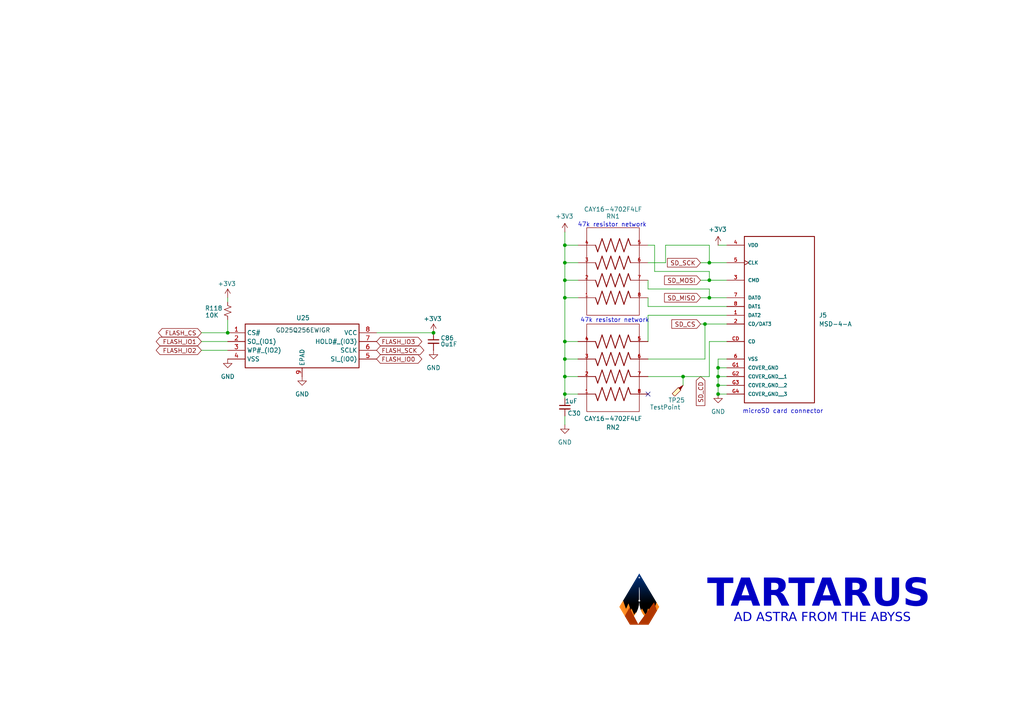
<source format=kicad_sch>
(kicad_sch (version 20250114) (generator "eeschema") (generator_version "9.0")
  (paper "A4")
  (lib_symbols
    (symbol "Connector:TestPoint_Probe" (pin_numbers (hide yes)) (pin_names (offset 0.762) (hide yes))
      (property "Reference" "TP" (at 1.651 5.842 0))
      (property "Value" "TestPoint_Probe" (at 1.651 4.064 0))
      (symbol "TestPoint_Probe_0_1"
        (polyline (pts (xy 1.27 0.762) (xy 0 0) (xy 0.762 1.27) (xy 1.27 0.762)) (fill (type outline)))
        (polyline (pts (xy 1.397 0.635) (xy 0.635 1.397) (xy 2.413 3.175) (xy 3.175 2.413) (xy 1.397 0.635)) (fill (type background)))
      )
      (symbol "TestPoint_Probe_1_1"
        (pin passive line (at 0 0 90) (length 0) (name "1") (number "1"))
      )
    )
    (symbol "Cosmos Schematic Symbols:CAY16-4702F4LF" (pin_names (offset 1.016))
      (property "Reference" "RN" (at -6.8624 13.4635 0))
      (property "Value" "CAY16-4702F4LF" (at -6.614 -15.7546 0))
      (symbol "CAY16-4702F4LF_0_0"
        (polyline (pts (xy -5.08 7.62) (xy -4.445 9.525)) (stroke (width 0.254)))
        (polyline (pts (xy -5.08 2.54) (xy -4.445 4.445)) (stroke (width 0.254)))
        (polyline (pts (xy -5.08 -2.54) (xy -4.445 -0.635)) (stroke (width 0.254)))
        (polyline (pts (xy -5.08 -7.62) (xy -4.445 -5.715)) (stroke (width 0.254)))
        (polyline (pts (xy -4.445 9.525) (xy -3.175 5.715)) (stroke (width 0.254)))
        (polyline (pts (xy -4.445 4.445) (xy -3.175 0.635)) (stroke (width 0.254)))
        (polyline (pts (xy -4.445 -0.635) (xy -3.175 -4.445)) (stroke (width 0.254)))
        (polyline (pts (xy -4.445 -5.715) (xy -3.175 -9.525)) (stroke (width 0.254)))
        (polyline (pts (xy -3.175 5.715) (xy -1.905 9.525)) (stroke (width 0.254)))
        (polyline (pts (xy -3.175 0.635) (xy -1.905 4.445)) (stroke (width 0.254)))
        (polyline (pts (xy -3.175 -4.445) (xy -1.905 -0.635)) (stroke (width 0.254)))
        (polyline (pts (xy -3.175 -9.525) (xy -1.905 -5.715)) (stroke (width 0.254)))
        (polyline (pts (xy -1.905 9.525) (xy -0.635 5.715)) (stroke (width 0.254)))
        (polyline (pts (xy -1.905 4.445) (xy -0.635 0.635)) (stroke (width 0.254)))
        (polyline (pts (xy -1.905 -0.635) (xy -0.635 -4.445)) (stroke (width 0.254)))
        (polyline (pts (xy -1.905 -5.715) (xy -0.635 -9.525)) (stroke (width 0.254)))
        (polyline (pts (xy -0.635 5.715) (xy 0.635 9.525)) (stroke (width 0.254)))
        (polyline (pts (xy -0.635 0.635) (xy 0.635 4.445)) (stroke (width 0.254)))
        (polyline (pts (xy -0.635 -4.445) (xy 0.635 -0.635)) (stroke (width 0.254)))
        (polyline (pts (xy -0.635 -9.525) (xy 0.635 -5.715)) (stroke (width 0.254)))
        (polyline (pts (xy 0.635 9.525) (xy 1.905 5.715)) (stroke (width 0.254)))
        (polyline (pts (xy 0.635 4.445) (xy 1.905 0.635)) (stroke (width 0.254)))
        (polyline (pts (xy 0.635 -0.635) (xy 1.905 -4.445)) (stroke (width 0.254)))
        (polyline (pts (xy 0.635 -5.715) (xy 1.905 -9.525)) (stroke (width 0.254)))
        (polyline (pts (xy 1.905 5.715) (xy 3.175 9.525)) (stroke (width 0.254)))
        (polyline (pts (xy 1.905 0.635) (xy 3.175 4.445)) (stroke (width 0.254)))
        (polyline (pts (xy 1.905 -4.445) (xy 3.175 -0.635)) (stroke (width 0.254)))
        (polyline (pts (xy 1.905 -9.525) (xy 3.175 -5.715)) (stroke (width 0.254)))
        (polyline (pts (xy 3.175 9.525) (xy 4.445 5.715)) (stroke (width 0.254)))
        (polyline (pts (xy 3.175 4.445) (xy 4.445 0.635)) (stroke (width 0.254)))
        (polyline (pts (xy 3.175 -0.635) (xy 4.445 -4.445)) (stroke (width 0.254)))
        (polyline (pts (xy 3.175 -5.715) (xy 4.445 -9.525)) (stroke (width 0.254)))
        (polyline (pts (xy 4.445 5.715) (xy 5.08 7.62)) (stroke (width 0.254)))
        (polyline (pts (xy 4.445 0.635) (xy 5.08 2.54)) (stroke (width 0.254)))
        (polyline (pts (xy 4.445 -4.445) (xy 5.08 -2.54)) (stroke (width 0.254)))
        (polyline (pts (xy 4.445 -9.525) (xy 5.08 -7.62)) (stroke (width 0.254)))
        (pin passive line (at -10.16 7.62 0) (length 5.08) (name "~") (number "1"))
        (pin passive line (at -10.16 2.54 0) (length 5.08) (name "~") (number "2"))
        (pin passive line (at -10.16 -2.54 0) (length 5.08) (name "~") (number "3"))
        (pin passive line (at -10.16 -7.62 0) (length 5.08) (name "~") (number "4"))
        (pin passive line (at 10.16 7.62 180) (length 5.08) (name "~") (number "8"))
        (pin passive line (at 10.16 2.54 180) (length 5.08) (name "~") (number "7"))
        (pin passive line (at 10.16 -2.54 180) (length 5.08) (name "~") (number "6"))
        (pin passive line (at 10.16 -7.62 180) (length 5.08) (name "~") (number "5"))
      )
      (symbol "CAY16-4702F4LF_1_0"
        (rectangle (start -7.62 12.7) (end 7.62 -12.7) (stroke (width 0.1524)))
      )
    )
    (symbol "Cosmos Schematic Symbols:MSD-4-A" (pin_names (offset 1.016))
      (property "Reference" "J" (at -10.16 21.082 0))
      (property "Value" "MSD-4-A" (at -10.16 -30.48 0))
      (symbol "MSD-4-A_0_0"
        (pin power_in line (at -15.24 17.78 0) (length 5.08) (name "VDD") (number "4"))
        (pin input clock (at -15.24 12.7 0) (length 5.08) (name "CLK") (number "5"))
        (pin bidirectional line (at -15.24 7.62 0) (length 5.08) (name "CMD") (number "3"))
        (pin bidirectional line (at -15.24 2.54 0) (length 5.08) (name "DAT0") (number "7"))
        (pin bidirectional line (at -15.24 0 0) (length 5.08) (name "DAT1") (number "8"))
        (pin bidirectional line (at -15.24 -2.54 0) (length 5.08) (name "DAT2") (number "1"))
        (pin bidirectional line (at -15.24 -5.08 0) (length 5.08) (name "CD/DAT3") (number "2"))
        (pin passive line (at -15.24 -10.16 0) (length 5.08) (name "CD") (number "CD"))
        (pin power_in line (at -15.24 -15.24 0) (length 5.08) (name "VSS") (number "6"))
        (pin power_in line (at -15.24 -17.78 0) (length 5.08) (name "COVER_GND") (number "G1"))
        (pin power_in line (at -15.24 -20.32 0) (length 5.08) (name "COVER_GND__1") (number "G2"))
        (pin power_in line (at -15.24 -22.86 0) (length 5.08) (name "COVER_GND__2") (number "G3"))
        (pin power_in line (at -15.24 -25.4 0) (length 5.08) (name "COVER_GND__3") (number "G4"))
      )
      (symbol "MSD-4-A_1_0"
        (rectangle (start -10.16 20.32) (end 10.16 -27.94) (stroke (width 0.254)))
      )
    )
    (symbol "Cosmos Schematic Symbols_V2:GD25Q64ETIGR"
      (property "Reference" "IC" (at 14.986 7.366 0))
      (property "Value" "GD25Q64ETIGR" (at 14.986 4.826 0))
      (symbol "GD25Q64ETIGR_1_1"
        (rectangle (start 5.08 2.54) (end 38.1 -10.16) (stroke (width 0.254)))
        (pin passive line (at 0 0 0) (length 5.08) (name "CS#") (number "1"))
        (pin passive line (at 0 -2.54 0) (length 5.08) (name "SO_(IO1)") (number "2"))
        (pin passive line (at 0 -5.08 0) (length 5.08) (name "WP#_(IO2)") (number "3"))
        (pin passive line (at 0 -7.62 0) (length 5.08) (name "VSS") (number "4"))
        (pin input line (at 21.59 -12.7 90) (length 2.54) (name "EPAD") (number "9"))
        (pin passive line (at 43.18 0 180) (length 5.08) (name "VCC") (number "8"))
        (pin passive line (at 43.18 -2.54 180) (length 5.08) (name "HOLD#_(IO3)") (number "7"))
        (pin passive line (at 43.18 -5.08 180) (length 5.08) (name "SCLK") (number "6"))
        (pin passive line (at 43.18 -7.62 180) (length 5.08) (name "SI_(IO0)") (number "5"))
      )
    )
    (symbol "Device:C_Small" (pin_numbers (hide yes)) (pin_names (offset 0.254) (hide yes))
      (property "Reference" "C" (at 0.254 1.778 0))
      (property "Value" "C_Small" (at 0.254 -2.032 0))
      (symbol "C_Small_0_1"
        (polyline (pts (xy -1.524 0.508) (xy 1.524 0.508)) (stroke (width 0.3048)))
        (polyline (pts (xy -1.524 -0.508) (xy 1.524 -0.508)) (stroke (width 0.3302)))
      )
      (symbol "C_Small_1_1"
        (pin passive line (at 0 2.54 270) (length 2.032) (name "~") (number "1"))
        (pin passive line (at 0 -2.54 90) (length 2.032) (name "~") (number "2"))
      )
    )
    (symbol "Device:R_Small_US" (pin_numbers (hide yes)) (pin_names (offset 0.254) (hide yes))
      (property "Reference" "R" (at 0.762 0.508 0))
      (property "Value" "R_Small_US" (at 0.762 -1.016 0))
      (symbol "R_Small_US_1_1"
        (polyline (pts (xy 0 1.524) (xy 1.016 1.143) (xy 0 0.762) (xy -1.016 0.381) (xy 0 0)))
        (polyline (pts (xy 0 0) (xy 1.016 -0.381) (xy 0 -0.762) (xy -1.016 -1.143) (xy 0 -1.524)))
        (pin passive line (at 0 2.54 270) (length 1.016) (name "~") (number "1"))
        (pin passive line (at 0 -2.54 90) (length 1.016) (name "~") (number "2"))
      )
    )
    (symbol "power:+3.3V" (power) (pin_numbers (hide yes)) (pin_names (offset 0) (hide yes))
      (property "Value" "+3.3V" (at 0 3.556 0))
      (symbol "+3.3V_0_1"
        (polyline (pts (xy -0.762 1.27) (xy 0 2.54)))
        (polyline (pts (xy 0 2.54) (xy 0.762 1.27)))
        (polyline (pts (xy 0 0) (xy 0 2.54)))
      )
      (symbol "+3.3V_1_1"
        (pin power_in line (at 0 0 90) (length 0) (name "~") (number "1"))
      )
    )
    (symbol "power:+3V3" (power) (pin_numbers (hide yes)) (pin_names (offset 0) (hide yes))
      (property "Value" "+3V3" (at 0 3.556 0))
      (symbol "+3V3_0_1"
        (polyline (pts (xy -0.762 1.27) (xy 0 2.54)))
        (polyline (pts (xy 0 2.54) (xy 0.762 1.27)))
        (polyline (pts (xy 0 0) (xy 0 2.54)))
      )
      (symbol "+3V3_1_1"
        (pin power_in line (at 0 0 90) (length 0) (name "~") (number "1"))
      )
    )
    (symbol "power:GND" (power) (pin_numbers (hide yes)) (pin_names (offset 0) (hide yes))
      (property "Value" "GND" (at 0 -3.81 0))
      (symbol "GND_0_1"
        (polyline (pts (xy 0 0) (xy 0 -1.27) (xy 1.27 -1.27) (xy 0 -2.54) (xy -1.27 -1.27) (xy 0 -1.27)))
      )
      (symbol "GND_1_1"
        (pin power_in line (at 0 0 270) (length 0) (name "~") (number "1"))
      )
    )
  )
  (text "47k resistor network\n" (at 177.546 65.278 0) (effects (font (size 1.27 1.27))))
  (text "AD ASTRA FROM THE ABYSS" (at 238.506 179.959 0) (effects (font (size 2.6 2.6))))
  (text "47k resistor network\n" (at 178.308 92.964 0) (effects (font (size 1.27 1.27))))
  (text "microSD card connector" (at 227.076 119.38 0) (effects (font (size 1.27 1.27))))
  (text "GD25Q256EWIGR" (at 87.884 96.012 0) (effects (font (size 1.27 1.27))))
  (text "TARTARUS" (at 237.49 174.625 0) (effects (font (size 8 8) (thickness 1.6) (bold yes))))
  (junction (at 205.74 81.28))
  (junction (at 163.83 81.28))
  (junction (at 163.83 86.36))
  (junction (at 208.28 109.22))
  (junction (at 163.83 76.2))
  (junction (at 163.83 104.14))
  (junction (at 205.74 76.2))
  (junction (at 163.83 109.22))
  (junction (at 125.73 96.52))
  (junction (at 163.83 99.06))
  (junction (at 208.28 114.3))
  (junction (at 163.83 114.3))
  (junction (at 208.28 106.68))
  (junction (at 208.28 111.76))
  (junction (at 198.12 109.22))
  (junction (at 66.04 96.52))
  (junction (at 205.74 86.36))
  (junction (at 163.83 71.12))
  (junction (at 204.47 93.98))
  (no_connect (at 187.96 114.3))
  (wire (pts (xy 203.2 93.98) (xy 204.47 93.98)))
  (wire (pts (xy 205.74 109.22) (xy 205.74 99.06)))
  (wire (pts (xy 58.42 96.52) (xy 66.04 96.52)))
  (wire (pts (xy 187.96 83.82) (xy 205.74 83.82)))
  (wire (pts (xy 187.96 104.14) (xy 204.47 104.14)))
  (wire (pts (xy 198.12 111.76) (xy 198.12 109.22)))
  (wire (pts (xy 163.83 104.14) (xy 163.83 109.22)))
  (wire (pts (xy 163.83 114.3) (xy 167.64 114.3)))
  (wire (pts (xy 208.28 109.22) (xy 210.82 109.22)))
  (wire (pts (xy 208.28 111.76) (xy 208.28 114.3)))
  (wire (pts (xy 187.96 86.36) (xy 187.96 88.9)))
  (wire (pts (xy 58.42 99.06) (xy 66.04 99.06)))
  (wire (pts (xy 187.96 109.22) (xy 198.12 109.22)))
  (wire (pts (xy 163.83 86.36) (xy 163.83 99.06)))
  (wire (pts (xy 204.47 93.98) (xy 210.82 93.98)))
  (wire (pts (xy 205.74 71.12) (xy 205.74 76.2)))
  (wire (pts (xy 187.96 83.82) (xy 187.96 81.28)))
  (wire (pts (xy 163.83 99.06) (xy 163.83 104.14)))
  (wire (pts (xy 205.74 83.82) (xy 205.74 86.36)))
  (wire (pts (xy 203.2 76.2) (xy 205.74 76.2)))
  (wire (pts (xy 163.83 99.06) (xy 167.64 99.06)))
  (wire (pts (xy 204.47 104.14) (xy 204.47 93.98)))
  (wire (pts (xy 205.74 71.12) (xy 193.04 71.12)))
  (wire (pts (xy 208.28 106.68) (xy 208.28 109.22)))
  (wire (pts (xy 208.28 104.14) (xy 208.28 106.68)))
  (wire (pts (xy 208.28 109.22) (xy 208.28 111.76)))
  (wire (pts (xy 163.83 109.22) (xy 163.83 114.3)))
  (wire (pts (xy 66.04 86.36) (xy 66.04 87.63)))
  (wire (pts (xy 163.83 109.22) (xy 167.64 109.22)))
  (wire (pts (xy 58.42 101.6) (xy 66.04 101.6)))
  (wire (pts (xy 163.83 86.36) (xy 167.64 86.36)))
  (wire (pts (xy 187.96 91.44) (xy 210.82 91.44)))
  (wire (pts (xy 208.28 114.3) (xy 210.82 114.3)))
  (wire (pts (xy 163.83 76.2) (xy 163.83 81.28)))
  (wire (pts (xy 163.83 67.31) (xy 163.83 71.12)))
  (wire (pts (xy 205.74 78.74) (xy 189.865 78.74)))
  (wire (pts (xy 163.83 81.28) (xy 163.83 86.36)))
  (wire (pts (xy 163.83 115.57) (xy 163.83 114.3)))
  (wire (pts (xy 187.96 88.9) (xy 210.82 88.9)))
  (wire (pts (xy 189.865 78.74) (xy 189.865 71.12)))
  (wire (pts (xy 203.2 86.36) (xy 205.74 86.36)))
  (wire (pts (xy 163.83 76.2) (xy 167.64 76.2)))
  (wire (pts (xy 208.28 106.68) (xy 210.82 106.68)))
  (wire (pts (xy 203.2 81.28) (xy 205.74 81.28)))
  (wire (pts (xy 205.74 81.28) (xy 210.82 81.28)))
  (wire (pts (xy 205.74 78.74) (xy 205.74 81.28)))
  (wire (pts (xy 198.12 109.22) (xy 205.74 109.22)))
  (wire (pts (xy 163.83 81.28) (xy 167.64 81.28)))
  (wire (pts (xy 210.82 104.14) (xy 208.28 104.14)))
  (wire (pts (xy 189.865 71.12) (xy 187.96 71.12)))
  (wire (pts (xy 163.83 71.12) (xy 163.83 76.2)))
  (wire (pts (xy 208.28 111.76) (xy 210.82 111.76)))
  (wire (pts (xy 193.04 71.12) (xy 193.04 76.2)))
  (wire (pts (xy 208.28 71.12) (xy 210.82 71.12)))
  (wire (pts (xy 205.74 99.06) (xy 210.82 99.06)))
  (wire (pts (xy 163.83 104.14) (xy 167.64 104.14)))
  (wire (pts (xy 205.74 86.36) (xy 210.82 86.36)))
  (wire (pts (xy 66.04 92.71) (xy 66.04 96.52)))
  (wire (pts (xy 163.83 123.19) (xy 163.83 120.65)))
  (wire (pts (xy 193.04 76.2) (xy 187.96 76.2)))
  (wire (pts (xy 163.83 71.12) (xy 167.64 71.12)))
  (wire (pts (xy 109.22 96.52) (xy 125.73 96.52)))
  (wire (pts (xy 205.74 76.2) (xy 210.82 76.2)))
  (wire (pts (xy 187.96 99.06) (xy 187.96 91.44)))
  (image (at 185.42 175.133) (scale 0.0421478))
  (global_label "SD_MOSI" (shape input) (at 203.2 81.28 180) (property "Intersheetrefs" "${INTERSHEET_REFS}" (effects (hide yes))))
  (global_label "FLASH_CS" (shape bidirectional) (at 58.42 96.52 180) (effects (font (size 1.2446 1.2446))) (property "Intersheetrefs" "${INTERSHEET_REFS}" (effects (hide yes))))
  (global_label "FLASH_IO1" (shape bidirectional) (at 58.42 99.06 180) (effects (font (size 1.2446 1.2446))) (property "Intersheetrefs" "${INTERSHEET_REFS}" (effects (hide yes))))
  (global_label "FLASH_IO3" (shape bidirectional) (at 109.22 99.06 0) (effects (font (size 1.2446 1.2446))) (property "Intersheetrefs" "${INTERSHEET_REFS}" (effects (hide yes))))
  (global_label "SD_CD" (shape input) (at 203.2 109.22 270) (property "Intersheetrefs" "${INTERSHEET_REFS}" (effects (hide yes))))
  (global_label "FLASH_SCK" (shape bidirectional) (at 109.22 101.6 0) (effects (font (size 1.2446 1.2446))) (property "Intersheetrefs" "${INTERSHEET_REFS}" (effects (hide yes))))
  (global_label "FLASH_IO0" (shape bidirectional) (at 109.22 104.14 0) (effects (font (size 1.2446 1.2446))) (property "Intersheetrefs" "${INTERSHEET_REFS}" (effects (hide yes))))
  (global_label "SD_MISO" (shape input) (at 203.2 86.36 180) (property "Intersheetrefs" "${INTERSHEET_REFS}" (effects (hide yes))))
  (global_label "SD_CS" (shape input) (at 203.2 93.98 180) (property "Intersheetrefs" "${INTERSHEET_REFS}" (effects (hide yes))))
  (global_label "SD_SCK" (shape input) (at 203.2 76.2 180) (property "Intersheetrefs" "${INTERSHEET_REFS}" (effects (hide yes))))
  (global_label "FLASH_IO2" (shape bidirectional) (at 58.42 101.6 180) (effects (font (size 1.2446 1.2446))) (property "Intersheetrefs" "${INTERSHEET_REFS}" (effects (hide yes))))
  (symbol (lib_id "power:+3.3V") (at 163.83 67.31 0) (unit 1)
    (property "Reference" "#PWR0204" (effects (hide yes)))
    (property "Value" "+3V3" (at 161.036 62.738 0) (effects (justify left)))
    (property "Description" "Power symbol creates a global label with name \"+3.3V\"" (effects (hide yes)))
    (instances (project "Athena Flight Computer" (path "" (reference "#PWR067") (unit 1))) (project "Athena Flight Computer" (path "" (reference "#PWR0204") (unit 1))))
  )
  (symbol (lib_id "power:+3V3") (at 66.04 86.36 0) (unit 1)
    (property "Reference" "#PWR0199" (effects (hide yes)))
    (property "Value" "+3V3" (at 65.786 82.296 0))
    (property "Description" "Power symbol creates a global label with name \"+3V3\"" (effects (hide yes)))
  )
  (symbol (lib_id "power:GND") (at 208.28 114.3 0) (unit 1)
    (property "Reference" "#PWR0207" (effects (hide yes)))
    (property "Value" "GND" (at 208.28 119.38 0))
    (property "Description" "Power symbol creates a global label with name \"GND\" , ground" (effects (hide yes)))
    (instances (project "Athena Flight Computer" (path "" (reference "#PWR065") (unit 1))) (project "Athena Flight Computer" (path "" (reference "#PWR0207") (unit 1))))
  )
  (symbol (lib_id "Cosmos Schematic Symbols:MSD-4-A") (at 226.06 88.9 0) (unit 1)
    (property "Reference" "J8" (at 237.49 91.4399 0) (effects (justify left)))
    (property "Value" "MSD-4-A" (at 237.49 93.9799 0) (effects (justify left)))
    (property "Footprint" "CUI_MSD-4-A:CUI_MSD-4-A" (effects (hide yes)))
    (property "MANUFACTURER" "CUI Devices" (effects (hide yes)))
    (instances (project "Athena Flight Computer" (path "" (reference "J5") (unit 1))) (project "Tartarus Liquid Rocketry Control System" (path "" (reference "J8") (unit 1))))
  )
  (symbol (lib_id "power:GND") (at 163.83 123.19 0) (unit 1)
    (property "Reference" "#PWR0205" (effects (hide yes)))
    (property "Value" "GND" (at 163.83 128.27 0))
    (property "Description" "Power symbol creates a global label with name \"GND\" , ground" (effects (hide yes)))
    (instances (project "Athena Flight Computer" (path "" (reference "#PWR068") (unit 1))) (project "Athena Flight Computer" (path "" (reference "#PWR0205") (unit 1))))
  )
  (symbol (lib_id "Cosmos Schematic Symbols_V2:GD25Q64ETIGR") (at 66.04 96.52 0) (unit 1)
    (property "Reference" "U25" (at 87.884 92.202 0))
    (property "Value" "GD25Q64ETIGR" (effects (hide yes)))
    (property "Footprint" "Package_SON:WSON-8-1EP_6x5mm_P1.27mm_EP3.4x4mm" (effects (hide yes)))
    (property "Datasheet" "https://www.gigadevice.com/datasheet/GD25Q64E/" (effects (hide yes)))
    (property "Description" "NOR Flash" (effects (hide yes)))
    (property "Height" "1.75" (effects (hide yes)))
    (property "Mouser Part Number" "363-GD25Q64ETIGR" (effects (hide yes)))
    (property "Mouser Price/Stock" "https://www.mouser.co.uk/ProductDetail/GigaDevice/GD25Q64ETIGR?qs=81r%252BiQLm7BT6a3m%252BkdvpDA%3D%3D" (effects (hide yes)))
    (property "Manufacturer_Name" "GigaDevice Semiconductor (HK) Limited" (effects (hide yes)))
    (property "Manufacturer_Part_Number" "GD25Q64ETIGR" (effects (hide yes)))
  )
  (symbol (lib_id "power:+3.3V") (at 208.28 71.12 0) (unit 1)
    (property "Reference" "#PWR0206" (effects (hide yes)))
    (property "Value" "+3V3" (at 205.486 66.548 0) (effects (justify left)))
    (property "Description" "Power symbol creates a global label with name \"+3.3V\"" (effects (hide yes)))
    (instances (project "Athena Flight Computer" (path "" (reference "#PWR066") (unit 1))) (project "Athena Flight Computer" (path "" (reference "#PWR0206") (unit 1))))
  )
  (symbol (lib_id "power:GND") (at 66.04 104.14 0) (unit 1)
    (property "Reference" "#PWR0200" (effects (hide yes)))
    (property "Value" "GND" (at 66.04 109.22 0))
    (property "Description" "Power symbol creates a global label with name \"GND\" , ground" (effects (hide yes)))
  )
  (symbol (lib_id "Cosmos Schematic Symbols:CAY16-4702F4LF") (at 177.8 106.68 0) (mirror x) (unit 1)
    (property "Reference" "RN2" (at 177.8 123.952 0))
    (property "Value" "CAY16-4702F4LF" (at 177.8 121.412 0))
    (property "Footprint" "Barrett_Footprints:CAY16_4702F4LF" (effects (hide yes)))
    (property "MANUFACTURER" "Bourns" (effects (hide yes)))
  )
  (symbol (lib_id "Device:C_Small") (at 163.83 118.11 0) (unit 1)
    (property "Reference" "C87" (at 164.592 119.888 0) (effects (justify left)))
    (property "Value" "1uF" (at 163.83 116.332 0) (effects (justify left)))
    (property "Footprint" "Capacitor_SMD:C_0603_1608Metric" (effects (hide yes)))
    (property "Description" "Unpolarized capacitor, small symbol" (effects (hide yes)))
    (instances (project "Athena Flight Computer" (path "" (reference "C30") (unit 1))) (project "Tartarus Liquid Rocketry Control System" (path "" (reference "C87") (unit 1))))
  )
  (symbol (lib_id "Device:C_Small") (at 125.73 99.06 0) (unit 1)
    (property "Reference" "C86" (at 127.762 98.044 0) (effects (justify left)))
    (property "Value" "0u1F" (at 127.762 99.822 0) (effects (justify left)))
    (property "Footprint" "Capacitor_SMD:C_0603_1608Metric" (effects (hide yes)))
    (property "Description" "Unpolarized capacitor, small symbol" (effects (hide yes)))
  )
  (symbol (lib_id "Connector:TestPoint_Probe") (at 198.12 111.76 180) (unit 1)
    (property "Reference" "TP25" (at 193.802 116.078 0) (effects (justify right)))
    (property "Value" "TestPoint" (at 188.468 118.11 0) (effects (justify right)))
    (property "Footprint" "TestPoint:TestPoint_Pad_D1.0mm" (effects (hide yes)))
    (property "Description" "test point (alternative probe-style design)" (effects (hide yes)))
  )
  (symbol (lib_id "Cosmos Schematic Symbols:CAY16-4702F4LF") (at 177.8 78.74 0) (mirror x) (unit 1)
    (property "Reference" "RN1" (at 177.8 62.738 0))
    (property "Value" "CAY16-4702F4LF" (at 177.8 60.706 0))
    (property "Footprint" "Barrett_Footprints:CAY16_4702F4LF" (effects (hide yes)))
    (property "MANUFACTURER" "Bourns" (effects (hide yes)))
  )
  (symbol (lib_id "power:+3V3") (at 125.73 96.52 0) (unit 1)
    (property "Reference" "#PWR0202" (effects (hide yes)))
    (property "Value" "+3V3" (at 125.476 92.456 0))
    (property "Description" "Power symbol creates a global label with name \"+3V3\"" (effects (hide yes)))
  )
  (symbol (lib_id "Device:R_Small_US") (at 66.04 90.17 180) (unit 1)
    (property "Reference" "R118" (at 61.976 89.408 0))
    (property "Value" "10K" (at 61.468 91.44 0))
    (property "Footprint" "Resistor_SMD:R_0603_1608Metric" (effects (hide yes)))
    (property "Description" "Resistor, small US symbol" (effects (hide yes)))
  )
  (symbol (lib_id "power:GND") (at 87.63 109.22 0) (unit 1)
    (property "Reference" "#PWR0201" (effects (hide yes)))
    (property "Value" "GND" (at 87.63 114.3 0))
    (property "Description" "Power symbol creates a global label with name \"GND\" , ground" (effects (hide yes)))
  )
  (symbol (lib_id "power:GND") (at 125.73 101.6 0) (unit 1)
    (property "Reference" "#PWR0203" (effects (hide yes)))
    (property "Value" "GND" (at 125.73 106.68 0))
    (property "Description" "Power symbol creates a global label with name \"GND\" , ground" (effects (hide yes)))
  )
)
</source>
